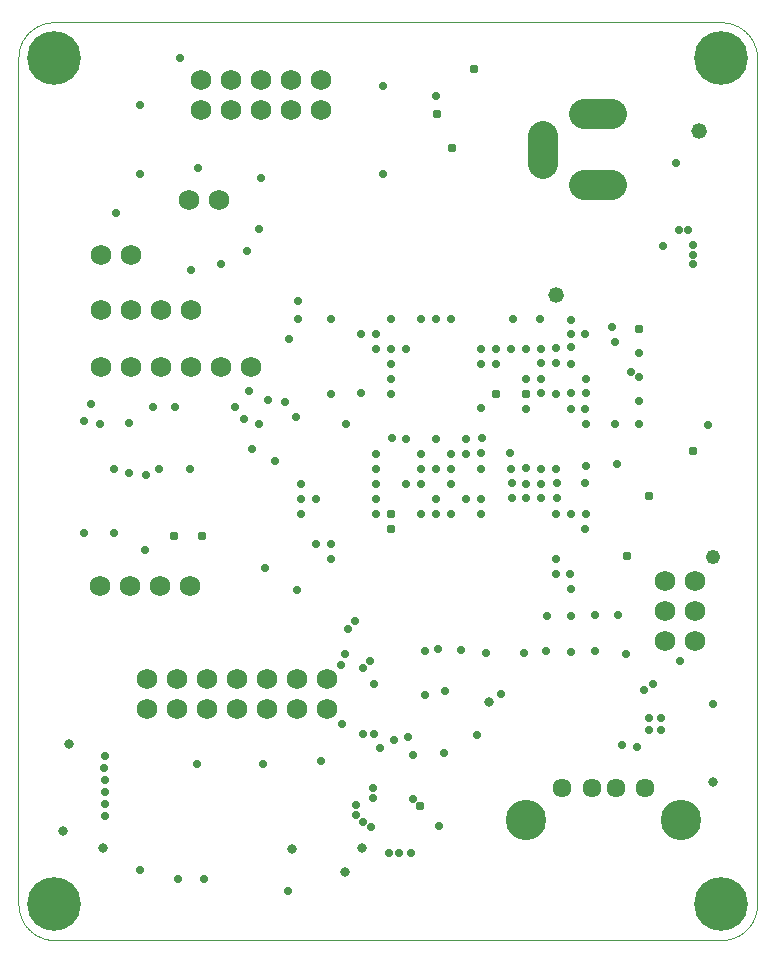
<source format=gbs>
G75*
%MOIN*%
%OFA0B0*%
%FSLAX25Y25*%
%IPPOS*%
%LPD*%
%AMOC8*
5,1,8,0,0,1.08239X$1,22.5*
%
%ADD10C,0.00000*%
%ADD11C,0.06800*%
%ADD12C,0.09849*%
%ADD13C,0.03400*%
%ADD14C,0.17900*%
%ADD15C,0.06337*%
%ADD16C,0.13455*%
%ADD17C,0.02800*%
%ADD18C,0.03100*%
%ADD19C,0.03200*%
%ADD20C,0.05200*%
%ADD21C,0.04900*%
D10*
X0082495Y0063233D02*
X0082495Y0345433D01*
X0082498Y0345716D01*
X0082509Y0345998D01*
X0082526Y0346280D01*
X0082550Y0346562D01*
X0082580Y0346843D01*
X0082618Y0347124D01*
X0082662Y0347403D01*
X0082713Y0347681D01*
X0082771Y0347958D01*
X0082835Y0348233D01*
X0082906Y0348507D01*
X0082984Y0348779D01*
X0083068Y0349048D01*
X0083158Y0349316D01*
X0083255Y0349582D01*
X0083359Y0349845D01*
X0083469Y0350106D01*
X0083585Y0350363D01*
X0083707Y0350618D01*
X0083835Y0350870D01*
X0083970Y0351119D01*
X0084110Y0351364D01*
X0084256Y0351606D01*
X0084408Y0351845D01*
X0084566Y0352079D01*
X0084730Y0352310D01*
X0084898Y0352537D01*
X0085073Y0352759D01*
X0085253Y0352978D01*
X0085437Y0353192D01*
X0085627Y0353401D01*
X0085822Y0353606D01*
X0086022Y0353806D01*
X0086227Y0354001D01*
X0086436Y0354191D01*
X0086650Y0354375D01*
X0086869Y0354555D01*
X0087091Y0354730D01*
X0087318Y0354898D01*
X0087549Y0355062D01*
X0087783Y0355220D01*
X0088022Y0355372D01*
X0088264Y0355518D01*
X0088509Y0355658D01*
X0088758Y0355793D01*
X0089010Y0355921D01*
X0089265Y0356043D01*
X0089522Y0356159D01*
X0089783Y0356269D01*
X0090046Y0356373D01*
X0090312Y0356470D01*
X0090580Y0356560D01*
X0090849Y0356644D01*
X0091121Y0356722D01*
X0091395Y0356793D01*
X0091670Y0356857D01*
X0091947Y0356915D01*
X0092225Y0356966D01*
X0092504Y0357010D01*
X0092785Y0357048D01*
X0093066Y0357078D01*
X0093348Y0357102D01*
X0093630Y0357119D01*
X0093912Y0357130D01*
X0094195Y0357133D01*
X0316695Y0357133D01*
X0316985Y0357129D01*
X0317275Y0357119D01*
X0317564Y0357101D01*
X0317853Y0357077D01*
X0318141Y0357046D01*
X0318429Y0357007D01*
X0318715Y0356962D01*
X0319001Y0356909D01*
X0319284Y0356850D01*
X0319567Y0356784D01*
X0319847Y0356712D01*
X0320126Y0356632D01*
X0320403Y0356546D01*
X0320678Y0356453D01*
X0320950Y0356353D01*
X0321220Y0356247D01*
X0321487Y0356135D01*
X0321752Y0356015D01*
X0322013Y0355890D01*
X0322272Y0355758D01*
X0322527Y0355621D01*
X0322779Y0355477D01*
X0323027Y0355327D01*
X0323271Y0355171D01*
X0323512Y0355009D01*
X0323748Y0354841D01*
X0323981Y0354668D01*
X0324209Y0354489D01*
X0324433Y0354305D01*
X0324652Y0354115D01*
X0324867Y0353920D01*
X0325077Y0353720D01*
X0325282Y0353515D01*
X0325482Y0353305D01*
X0325677Y0353090D01*
X0325867Y0352871D01*
X0326051Y0352647D01*
X0326230Y0352419D01*
X0326403Y0352186D01*
X0326571Y0351950D01*
X0326733Y0351709D01*
X0326889Y0351465D01*
X0327039Y0351217D01*
X0327183Y0350965D01*
X0327320Y0350710D01*
X0327452Y0350451D01*
X0327577Y0350190D01*
X0327697Y0349925D01*
X0327809Y0349658D01*
X0327915Y0349388D01*
X0328015Y0349116D01*
X0328108Y0348841D01*
X0328194Y0348564D01*
X0328274Y0348285D01*
X0328346Y0348005D01*
X0328412Y0347722D01*
X0328471Y0347439D01*
X0328524Y0347153D01*
X0328569Y0346867D01*
X0328608Y0346579D01*
X0328639Y0346291D01*
X0328663Y0346002D01*
X0328681Y0345713D01*
X0328691Y0345423D01*
X0328695Y0345133D01*
X0328695Y0063233D01*
X0328691Y0062943D01*
X0328681Y0062653D01*
X0328663Y0062364D01*
X0328639Y0062075D01*
X0328608Y0061787D01*
X0328569Y0061499D01*
X0328524Y0061213D01*
X0328471Y0060927D01*
X0328412Y0060644D01*
X0328346Y0060361D01*
X0328274Y0060081D01*
X0328194Y0059802D01*
X0328108Y0059525D01*
X0328015Y0059250D01*
X0327915Y0058978D01*
X0327809Y0058708D01*
X0327697Y0058441D01*
X0327577Y0058176D01*
X0327452Y0057915D01*
X0327320Y0057656D01*
X0327183Y0057401D01*
X0327039Y0057149D01*
X0326889Y0056901D01*
X0326733Y0056657D01*
X0326571Y0056416D01*
X0326403Y0056180D01*
X0326230Y0055947D01*
X0326051Y0055719D01*
X0325867Y0055495D01*
X0325677Y0055276D01*
X0325482Y0055061D01*
X0325282Y0054851D01*
X0325077Y0054646D01*
X0324867Y0054446D01*
X0324652Y0054251D01*
X0324433Y0054061D01*
X0324209Y0053877D01*
X0323981Y0053698D01*
X0323748Y0053525D01*
X0323512Y0053357D01*
X0323271Y0053195D01*
X0323027Y0053039D01*
X0322779Y0052889D01*
X0322527Y0052745D01*
X0322272Y0052608D01*
X0322013Y0052476D01*
X0321752Y0052351D01*
X0321487Y0052231D01*
X0321220Y0052119D01*
X0320950Y0052013D01*
X0320678Y0051913D01*
X0320403Y0051820D01*
X0320126Y0051734D01*
X0319847Y0051654D01*
X0319567Y0051582D01*
X0319284Y0051516D01*
X0319001Y0051457D01*
X0318715Y0051404D01*
X0318429Y0051359D01*
X0318141Y0051320D01*
X0317853Y0051289D01*
X0317564Y0051265D01*
X0317275Y0051247D01*
X0316985Y0051237D01*
X0316695Y0051233D01*
X0094495Y0051233D01*
X0094205Y0051237D01*
X0093915Y0051247D01*
X0093626Y0051265D01*
X0093337Y0051289D01*
X0093049Y0051320D01*
X0092761Y0051359D01*
X0092475Y0051404D01*
X0092189Y0051457D01*
X0091906Y0051516D01*
X0091623Y0051582D01*
X0091343Y0051654D01*
X0091064Y0051734D01*
X0090787Y0051820D01*
X0090512Y0051913D01*
X0090240Y0052013D01*
X0089970Y0052119D01*
X0089703Y0052231D01*
X0089438Y0052351D01*
X0089177Y0052476D01*
X0088918Y0052608D01*
X0088663Y0052745D01*
X0088411Y0052889D01*
X0088163Y0053039D01*
X0087919Y0053195D01*
X0087678Y0053357D01*
X0087442Y0053525D01*
X0087209Y0053698D01*
X0086981Y0053877D01*
X0086757Y0054061D01*
X0086538Y0054251D01*
X0086323Y0054446D01*
X0086113Y0054646D01*
X0085908Y0054851D01*
X0085708Y0055061D01*
X0085513Y0055276D01*
X0085323Y0055495D01*
X0085139Y0055719D01*
X0084960Y0055947D01*
X0084787Y0056180D01*
X0084619Y0056416D01*
X0084457Y0056657D01*
X0084301Y0056901D01*
X0084151Y0057149D01*
X0084007Y0057401D01*
X0083870Y0057656D01*
X0083738Y0057915D01*
X0083613Y0058176D01*
X0083493Y0058441D01*
X0083381Y0058708D01*
X0083275Y0058978D01*
X0083175Y0059250D01*
X0083082Y0059525D01*
X0082996Y0059802D01*
X0082916Y0060081D01*
X0082844Y0060361D01*
X0082778Y0060644D01*
X0082719Y0060927D01*
X0082666Y0061213D01*
X0082621Y0061499D01*
X0082582Y0061787D01*
X0082551Y0062075D01*
X0082527Y0062364D01*
X0082509Y0062653D01*
X0082499Y0062943D01*
X0082495Y0063233D01*
X0270395Y0302833D02*
X0270397Y0302910D01*
X0270403Y0302987D01*
X0270413Y0303064D01*
X0270427Y0303140D01*
X0270444Y0303215D01*
X0270466Y0303289D01*
X0270491Y0303362D01*
X0270521Y0303434D01*
X0270553Y0303504D01*
X0270590Y0303572D01*
X0270629Y0303638D01*
X0270672Y0303702D01*
X0270719Y0303764D01*
X0270768Y0303823D01*
X0270821Y0303880D01*
X0270876Y0303934D01*
X0270934Y0303985D01*
X0270995Y0304033D01*
X0271058Y0304078D01*
X0271123Y0304119D01*
X0271190Y0304157D01*
X0271259Y0304192D01*
X0271330Y0304222D01*
X0271402Y0304250D01*
X0271476Y0304273D01*
X0271550Y0304293D01*
X0271626Y0304309D01*
X0271702Y0304321D01*
X0271779Y0304329D01*
X0271856Y0304333D01*
X0271934Y0304333D01*
X0272011Y0304329D01*
X0272088Y0304321D01*
X0272164Y0304309D01*
X0272240Y0304293D01*
X0272314Y0304273D01*
X0272388Y0304250D01*
X0272460Y0304222D01*
X0272531Y0304192D01*
X0272600Y0304157D01*
X0272667Y0304119D01*
X0272732Y0304078D01*
X0272795Y0304033D01*
X0272856Y0303985D01*
X0272914Y0303934D01*
X0272969Y0303880D01*
X0273022Y0303823D01*
X0273071Y0303764D01*
X0273118Y0303702D01*
X0273161Y0303638D01*
X0273200Y0303572D01*
X0273237Y0303504D01*
X0273269Y0303434D01*
X0273299Y0303362D01*
X0273324Y0303289D01*
X0273346Y0303215D01*
X0273363Y0303140D01*
X0273377Y0303064D01*
X0273387Y0302987D01*
X0273393Y0302910D01*
X0273395Y0302833D01*
X0273393Y0302756D01*
X0273387Y0302679D01*
X0273377Y0302602D01*
X0273363Y0302526D01*
X0273346Y0302451D01*
X0273324Y0302377D01*
X0273299Y0302304D01*
X0273269Y0302232D01*
X0273237Y0302162D01*
X0273200Y0302094D01*
X0273161Y0302028D01*
X0273118Y0301964D01*
X0273071Y0301902D01*
X0273022Y0301843D01*
X0272969Y0301786D01*
X0272914Y0301732D01*
X0272856Y0301681D01*
X0272795Y0301633D01*
X0272732Y0301588D01*
X0272667Y0301547D01*
X0272600Y0301509D01*
X0272531Y0301474D01*
X0272460Y0301444D01*
X0272388Y0301416D01*
X0272314Y0301393D01*
X0272240Y0301373D01*
X0272164Y0301357D01*
X0272088Y0301345D01*
X0272011Y0301337D01*
X0271934Y0301333D01*
X0271856Y0301333D01*
X0271779Y0301337D01*
X0271702Y0301345D01*
X0271626Y0301357D01*
X0271550Y0301373D01*
X0271476Y0301393D01*
X0271402Y0301416D01*
X0271330Y0301444D01*
X0271259Y0301474D01*
X0271190Y0301509D01*
X0271123Y0301547D01*
X0271058Y0301588D01*
X0270995Y0301633D01*
X0270934Y0301681D01*
X0270876Y0301732D01*
X0270821Y0301786D01*
X0270768Y0301843D01*
X0270719Y0301902D01*
X0270672Y0301964D01*
X0270629Y0302028D01*
X0270590Y0302094D01*
X0270553Y0302162D01*
X0270521Y0302232D01*
X0270491Y0302304D01*
X0270466Y0302377D01*
X0270444Y0302451D01*
X0270427Y0302526D01*
X0270413Y0302602D01*
X0270403Y0302679D01*
X0270397Y0302756D01*
X0270395Y0302833D01*
X0278395Y0302933D02*
X0278397Y0303010D01*
X0278403Y0303087D01*
X0278413Y0303164D01*
X0278427Y0303240D01*
X0278444Y0303315D01*
X0278466Y0303389D01*
X0278491Y0303462D01*
X0278521Y0303534D01*
X0278553Y0303604D01*
X0278590Y0303672D01*
X0278629Y0303738D01*
X0278672Y0303802D01*
X0278719Y0303864D01*
X0278768Y0303923D01*
X0278821Y0303980D01*
X0278876Y0304034D01*
X0278934Y0304085D01*
X0278995Y0304133D01*
X0279058Y0304178D01*
X0279123Y0304219D01*
X0279190Y0304257D01*
X0279259Y0304292D01*
X0279330Y0304322D01*
X0279402Y0304350D01*
X0279476Y0304373D01*
X0279550Y0304393D01*
X0279626Y0304409D01*
X0279702Y0304421D01*
X0279779Y0304429D01*
X0279856Y0304433D01*
X0279934Y0304433D01*
X0280011Y0304429D01*
X0280088Y0304421D01*
X0280164Y0304409D01*
X0280240Y0304393D01*
X0280314Y0304373D01*
X0280388Y0304350D01*
X0280460Y0304322D01*
X0280531Y0304292D01*
X0280600Y0304257D01*
X0280667Y0304219D01*
X0280732Y0304178D01*
X0280795Y0304133D01*
X0280856Y0304085D01*
X0280914Y0304034D01*
X0280969Y0303980D01*
X0281022Y0303923D01*
X0281071Y0303864D01*
X0281118Y0303802D01*
X0281161Y0303738D01*
X0281200Y0303672D01*
X0281237Y0303604D01*
X0281269Y0303534D01*
X0281299Y0303462D01*
X0281324Y0303389D01*
X0281346Y0303315D01*
X0281363Y0303240D01*
X0281377Y0303164D01*
X0281387Y0303087D01*
X0281393Y0303010D01*
X0281395Y0302933D01*
X0281393Y0302856D01*
X0281387Y0302779D01*
X0281377Y0302702D01*
X0281363Y0302626D01*
X0281346Y0302551D01*
X0281324Y0302477D01*
X0281299Y0302404D01*
X0281269Y0302332D01*
X0281237Y0302262D01*
X0281200Y0302194D01*
X0281161Y0302128D01*
X0281118Y0302064D01*
X0281071Y0302002D01*
X0281022Y0301943D01*
X0280969Y0301886D01*
X0280914Y0301832D01*
X0280856Y0301781D01*
X0280795Y0301733D01*
X0280732Y0301688D01*
X0280667Y0301647D01*
X0280600Y0301609D01*
X0280531Y0301574D01*
X0280460Y0301544D01*
X0280388Y0301516D01*
X0280314Y0301493D01*
X0280240Y0301473D01*
X0280164Y0301457D01*
X0280088Y0301445D01*
X0280011Y0301437D01*
X0279934Y0301433D01*
X0279856Y0301433D01*
X0279779Y0301437D01*
X0279702Y0301445D01*
X0279626Y0301457D01*
X0279550Y0301473D01*
X0279476Y0301493D01*
X0279402Y0301516D01*
X0279330Y0301544D01*
X0279259Y0301574D01*
X0279190Y0301609D01*
X0279123Y0301647D01*
X0279058Y0301688D01*
X0278995Y0301733D01*
X0278934Y0301781D01*
X0278876Y0301832D01*
X0278821Y0301886D01*
X0278768Y0301943D01*
X0278719Y0302002D01*
X0278672Y0302064D01*
X0278629Y0302128D01*
X0278590Y0302194D01*
X0278553Y0302262D01*
X0278521Y0302332D01*
X0278491Y0302404D01*
X0278466Y0302477D01*
X0278444Y0302551D01*
X0278427Y0302626D01*
X0278413Y0302702D01*
X0278403Y0302779D01*
X0278397Y0302856D01*
X0278395Y0302933D01*
X0255795Y0310933D02*
X0255797Y0311010D01*
X0255803Y0311087D01*
X0255813Y0311164D01*
X0255827Y0311240D01*
X0255844Y0311315D01*
X0255866Y0311389D01*
X0255891Y0311462D01*
X0255921Y0311534D01*
X0255953Y0311604D01*
X0255990Y0311672D01*
X0256029Y0311738D01*
X0256072Y0311802D01*
X0256119Y0311864D01*
X0256168Y0311923D01*
X0256221Y0311980D01*
X0256276Y0312034D01*
X0256334Y0312085D01*
X0256395Y0312133D01*
X0256458Y0312178D01*
X0256523Y0312219D01*
X0256590Y0312257D01*
X0256659Y0312292D01*
X0256730Y0312322D01*
X0256802Y0312350D01*
X0256876Y0312373D01*
X0256950Y0312393D01*
X0257026Y0312409D01*
X0257102Y0312421D01*
X0257179Y0312429D01*
X0257256Y0312433D01*
X0257334Y0312433D01*
X0257411Y0312429D01*
X0257488Y0312421D01*
X0257564Y0312409D01*
X0257640Y0312393D01*
X0257714Y0312373D01*
X0257788Y0312350D01*
X0257860Y0312322D01*
X0257931Y0312292D01*
X0258000Y0312257D01*
X0258067Y0312219D01*
X0258132Y0312178D01*
X0258195Y0312133D01*
X0258256Y0312085D01*
X0258314Y0312034D01*
X0258369Y0311980D01*
X0258422Y0311923D01*
X0258471Y0311864D01*
X0258518Y0311802D01*
X0258561Y0311738D01*
X0258600Y0311672D01*
X0258637Y0311604D01*
X0258669Y0311534D01*
X0258699Y0311462D01*
X0258724Y0311389D01*
X0258746Y0311315D01*
X0258763Y0311240D01*
X0258777Y0311164D01*
X0258787Y0311087D01*
X0258793Y0311010D01*
X0258795Y0310933D01*
X0258793Y0310856D01*
X0258787Y0310779D01*
X0258777Y0310702D01*
X0258763Y0310626D01*
X0258746Y0310551D01*
X0258724Y0310477D01*
X0258699Y0310404D01*
X0258669Y0310332D01*
X0258637Y0310262D01*
X0258600Y0310194D01*
X0258561Y0310128D01*
X0258518Y0310064D01*
X0258471Y0310002D01*
X0258422Y0309943D01*
X0258369Y0309886D01*
X0258314Y0309832D01*
X0258256Y0309781D01*
X0258195Y0309733D01*
X0258132Y0309688D01*
X0258067Y0309647D01*
X0258000Y0309609D01*
X0257931Y0309574D01*
X0257860Y0309544D01*
X0257788Y0309516D01*
X0257714Y0309493D01*
X0257640Y0309473D01*
X0257564Y0309457D01*
X0257488Y0309445D01*
X0257411Y0309437D01*
X0257334Y0309433D01*
X0257256Y0309433D01*
X0257179Y0309437D01*
X0257102Y0309445D01*
X0257026Y0309457D01*
X0256950Y0309473D01*
X0256876Y0309493D01*
X0256802Y0309516D01*
X0256730Y0309544D01*
X0256659Y0309574D01*
X0256590Y0309609D01*
X0256523Y0309647D01*
X0256458Y0309688D01*
X0256395Y0309733D01*
X0256334Y0309781D01*
X0256276Y0309832D01*
X0256221Y0309886D01*
X0256168Y0309943D01*
X0256119Y0310002D01*
X0256072Y0310064D01*
X0256029Y0310128D01*
X0255990Y0310194D01*
X0255953Y0310262D01*
X0255921Y0310332D01*
X0255891Y0310404D01*
X0255866Y0310477D01*
X0255844Y0310551D01*
X0255827Y0310626D01*
X0255813Y0310702D01*
X0255803Y0310779D01*
X0255797Y0310856D01*
X0255795Y0310933D01*
X0255795Y0318833D02*
X0255797Y0318910D01*
X0255803Y0318987D01*
X0255813Y0319064D01*
X0255827Y0319140D01*
X0255844Y0319215D01*
X0255866Y0319289D01*
X0255891Y0319362D01*
X0255921Y0319434D01*
X0255953Y0319504D01*
X0255990Y0319572D01*
X0256029Y0319638D01*
X0256072Y0319702D01*
X0256119Y0319764D01*
X0256168Y0319823D01*
X0256221Y0319880D01*
X0256276Y0319934D01*
X0256334Y0319985D01*
X0256395Y0320033D01*
X0256458Y0320078D01*
X0256523Y0320119D01*
X0256590Y0320157D01*
X0256659Y0320192D01*
X0256730Y0320222D01*
X0256802Y0320250D01*
X0256876Y0320273D01*
X0256950Y0320293D01*
X0257026Y0320309D01*
X0257102Y0320321D01*
X0257179Y0320329D01*
X0257256Y0320333D01*
X0257334Y0320333D01*
X0257411Y0320329D01*
X0257488Y0320321D01*
X0257564Y0320309D01*
X0257640Y0320293D01*
X0257714Y0320273D01*
X0257788Y0320250D01*
X0257860Y0320222D01*
X0257931Y0320192D01*
X0258000Y0320157D01*
X0258067Y0320119D01*
X0258132Y0320078D01*
X0258195Y0320033D01*
X0258256Y0319985D01*
X0258314Y0319934D01*
X0258369Y0319880D01*
X0258422Y0319823D01*
X0258471Y0319764D01*
X0258518Y0319702D01*
X0258561Y0319638D01*
X0258600Y0319572D01*
X0258637Y0319504D01*
X0258669Y0319434D01*
X0258699Y0319362D01*
X0258724Y0319289D01*
X0258746Y0319215D01*
X0258763Y0319140D01*
X0258777Y0319064D01*
X0258787Y0318987D01*
X0258793Y0318910D01*
X0258795Y0318833D01*
X0258793Y0318756D01*
X0258787Y0318679D01*
X0258777Y0318602D01*
X0258763Y0318526D01*
X0258746Y0318451D01*
X0258724Y0318377D01*
X0258699Y0318304D01*
X0258669Y0318232D01*
X0258637Y0318162D01*
X0258600Y0318094D01*
X0258561Y0318028D01*
X0258518Y0317964D01*
X0258471Y0317902D01*
X0258422Y0317843D01*
X0258369Y0317786D01*
X0258314Y0317732D01*
X0258256Y0317681D01*
X0258195Y0317633D01*
X0258132Y0317588D01*
X0258067Y0317547D01*
X0258000Y0317509D01*
X0257931Y0317474D01*
X0257860Y0317444D01*
X0257788Y0317416D01*
X0257714Y0317393D01*
X0257640Y0317373D01*
X0257564Y0317357D01*
X0257488Y0317345D01*
X0257411Y0317337D01*
X0257334Y0317333D01*
X0257256Y0317333D01*
X0257179Y0317337D01*
X0257102Y0317345D01*
X0257026Y0317357D01*
X0256950Y0317373D01*
X0256876Y0317393D01*
X0256802Y0317416D01*
X0256730Y0317444D01*
X0256659Y0317474D01*
X0256590Y0317509D01*
X0256523Y0317547D01*
X0256458Y0317588D01*
X0256395Y0317633D01*
X0256334Y0317681D01*
X0256276Y0317732D01*
X0256221Y0317786D01*
X0256168Y0317843D01*
X0256119Y0317902D01*
X0256072Y0317964D01*
X0256029Y0318028D01*
X0255990Y0318094D01*
X0255953Y0318162D01*
X0255921Y0318232D01*
X0255891Y0318304D01*
X0255866Y0318377D01*
X0255844Y0318451D01*
X0255827Y0318526D01*
X0255813Y0318602D01*
X0255803Y0318679D01*
X0255797Y0318756D01*
X0255795Y0318833D01*
X0270395Y0326533D02*
X0270397Y0326610D01*
X0270403Y0326687D01*
X0270413Y0326764D01*
X0270427Y0326840D01*
X0270444Y0326915D01*
X0270466Y0326989D01*
X0270491Y0327062D01*
X0270521Y0327134D01*
X0270553Y0327204D01*
X0270590Y0327272D01*
X0270629Y0327338D01*
X0270672Y0327402D01*
X0270719Y0327464D01*
X0270768Y0327523D01*
X0270821Y0327580D01*
X0270876Y0327634D01*
X0270934Y0327685D01*
X0270995Y0327733D01*
X0271058Y0327778D01*
X0271123Y0327819D01*
X0271190Y0327857D01*
X0271259Y0327892D01*
X0271330Y0327922D01*
X0271402Y0327950D01*
X0271476Y0327973D01*
X0271550Y0327993D01*
X0271626Y0328009D01*
X0271702Y0328021D01*
X0271779Y0328029D01*
X0271856Y0328033D01*
X0271934Y0328033D01*
X0272011Y0328029D01*
X0272088Y0328021D01*
X0272164Y0328009D01*
X0272240Y0327993D01*
X0272314Y0327973D01*
X0272388Y0327950D01*
X0272460Y0327922D01*
X0272531Y0327892D01*
X0272600Y0327857D01*
X0272667Y0327819D01*
X0272732Y0327778D01*
X0272795Y0327733D01*
X0272856Y0327685D01*
X0272914Y0327634D01*
X0272969Y0327580D01*
X0273022Y0327523D01*
X0273071Y0327464D01*
X0273118Y0327402D01*
X0273161Y0327338D01*
X0273200Y0327272D01*
X0273237Y0327204D01*
X0273269Y0327134D01*
X0273299Y0327062D01*
X0273324Y0326989D01*
X0273346Y0326915D01*
X0273363Y0326840D01*
X0273377Y0326764D01*
X0273387Y0326687D01*
X0273393Y0326610D01*
X0273395Y0326533D01*
X0273393Y0326456D01*
X0273387Y0326379D01*
X0273377Y0326302D01*
X0273363Y0326226D01*
X0273346Y0326151D01*
X0273324Y0326077D01*
X0273299Y0326004D01*
X0273269Y0325932D01*
X0273237Y0325862D01*
X0273200Y0325794D01*
X0273161Y0325728D01*
X0273118Y0325664D01*
X0273071Y0325602D01*
X0273022Y0325543D01*
X0272969Y0325486D01*
X0272914Y0325432D01*
X0272856Y0325381D01*
X0272795Y0325333D01*
X0272732Y0325288D01*
X0272667Y0325247D01*
X0272600Y0325209D01*
X0272531Y0325174D01*
X0272460Y0325144D01*
X0272388Y0325116D01*
X0272314Y0325093D01*
X0272240Y0325073D01*
X0272164Y0325057D01*
X0272088Y0325045D01*
X0272011Y0325037D01*
X0271934Y0325033D01*
X0271856Y0325033D01*
X0271779Y0325037D01*
X0271702Y0325045D01*
X0271626Y0325057D01*
X0271550Y0325073D01*
X0271476Y0325093D01*
X0271402Y0325116D01*
X0271330Y0325144D01*
X0271259Y0325174D01*
X0271190Y0325209D01*
X0271123Y0325247D01*
X0271058Y0325288D01*
X0270995Y0325333D01*
X0270934Y0325381D01*
X0270876Y0325432D01*
X0270821Y0325486D01*
X0270768Y0325543D01*
X0270719Y0325602D01*
X0270672Y0325664D01*
X0270629Y0325728D01*
X0270590Y0325794D01*
X0270553Y0325862D01*
X0270521Y0325932D01*
X0270491Y0326004D01*
X0270466Y0326077D01*
X0270444Y0326151D01*
X0270427Y0326226D01*
X0270413Y0326302D01*
X0270403Y0326379D01*
X0270397Y0326456D01*
X0270395Y0326533D01*
X0278295Y0326433D02*
X0278297Y0326510D01*
X0278303Y0326587D01*
X0278313Y0326664D01*
X0278327Y0326740D01*
X0278344Y0326815D01*
X0278366Y0326889D01*
X0278391Y0326962D01*
X0278421Y0327034D01*
X0278453Y0327104D01*
X0278490Y0327172D01*
X0278529Y0327238D01*
X0278572Y0327302D01*
X0278619Y0327364D01*
X0278668Y0327423D01*
X0278721Y0327480D01*
X0278776Y0327534D01*
X0278834Y0327585D01*
X0278895Y0327633D01*
X0278958Y0327678D01*
X0279023Y0327719D01*
X0279090Y0327757D01*
X0279159Y0327792D01*
X0279230Y0327822D01*
X0279302Y0327850D01*
X0279376Y0327873D01*
X0279450Y0327893D01*
X0279526Y0327909D01*
X0279602Y0327921D01*
X0279679Y0327929D01*
X0279756Y0327933D01*
X0279834Y0327933D01*
X0279911Y0327929D01*
X0279988Y0327921D01*
X0280064Y0327909D01*
X0280140Y0327893D01*
X0280214Y0327873D01*
X0280288Y0327850D01*
X0280360Y0327822D01*
X0280431Y0327792D01*
X0280500Y0327757D01*
X0280567Y0327719D01*
X0280632Y0327678D01*
X0280695Y0327633D01*
X0280756Y0327585D01*
X0280814Y0327534D01*
X0280869Y0327480D01*
X0280922Y0327423D01*
X0280971Y0327364D01*
X0281018Y0327302D01*
X0281061Y0327238D01*
X0281100Y0327172D01*
X0281137Y0327104D01*
X0281169Y0327034D01*
X0281199Y0326962D01*
X0281224Y0326889D01*
X0281246Y0326815D01*
X0281263Y0326740D01*
X0281277Y0326664D01*
X0281287Y0326587D01*
X0281293Y0326510D01*
X0281295Y0326433D01*
X0281293Y0326356D01*
X0281287Y0326279D01*
X0281277Y0326202D01*
X0281263Y0326126D01*
X0281246Y0326051D01*
X0281224Y0325977D01*
X0281199Y0325904D01*
X0281169Y0325832D01*
X0281137Y0325762D01*
X0281100Y0325694D01*
X0281061Y0325628D01*
X0281018Y0325564D01*
X0280971Y0325502D01*
X0280922Y0325443D01*
X0280869Y0325386D01*
X0280814Y0325332D01*
X0280756Y0325281D01*
X0280695Y0325233D01*
X0280632Y0325188D01*
X0280567Y0325147D01*
X0280500Y0325109D01*
X0280431Y0325074D01*
X0280360Y0325044D01*
X0280288Y0325016D01*
X0280214Y0324993D01*
X0280140Y0324973D01*
X0280064Y0324957D01*
X0279988Y0324945D01*
X0279911Y0324937D01*
X0279834Y0324933D01*
X0279756Y0324933D01*
X0279679Y0324937D01*
X0279602Y0324945D01*
X0279526Y0324957D01*
X0279450Y0324973D01*
X0279376Y0324993D01*
X0279302Y0325016D01*
X0279230Y0325044D01*
X0279159Y0325074D01*
X0279090Y0325109D01*
X0279023Y0325147D01*
X0278958Y0325188D01*
X0278895Y0325233D01*
X0278834Y0325281D01*
X0278776Y0325332D01*
X0278721Y0325386D01*
X0278668Y0325443D01*
X0278619Y0325502D01*
X0278572Y0325564D01*
X0278529Y0325628D01*
X0278490Y0325694D01*
X0278453Y0325762D01*
X0278421Y0325832D01*
X0278391Y0325904D01*
X0278366Y0325977D01*
X0278344Y0326051D01*
X0278327Y0326126D01*
X0278313Y0326202D01*
X0278303Y0326279D01*
X0278297Y0326356D01*
X0278295Y0326433D01*
D11*
X0183295Y0327933D03*
X0183395Y0337833D03*
X0173295Y0337933D03*
X0163295Y0337933D03*
X0153295Y0337933D03*
X0143295Y0337933D03*
X0143295Y0327933D03*
X0153295Y0327933D03*
X0163295Y0327933D03*
X0173295Y0327933D03*
X0149495Y0297933D03*
X0139495Y0297933D03*
X0119995Y0279733D03*
X0109995Y0279733D03*
X0109995Y0261233D03*
X0119995Y0261233D03*
X0129995Y0261233D03*
X0139995Y0261233D03*
X0139995Y0242233D03*
X0129995Y0242233D03*
X0119995Y0242233D03*
X0109995Y0242233D03*
X0149995Y0242233D03*
X0159995Y0242233D03*
X0139695Y0169333D03*
X0129695Y0169333D03*
X0119695Y0169333D03*
X0109695Y0169333D03*
X0125495Y0138333D03*
X0125495Y0128333D03*
X0135495Y0128333D03*
X0135495Y0138333D03*
X0145495Y0138333D03*
X0145495Y0128333D03*
X0155495Y0128333D03*
X0155495Y0138333D03*
X0165495Y0138333D03*
X0165495Y0128333D03*
X0175495Y0128333D03*
X0175495Y0138333D03*
X0185495Y0138233D03*
X0185495Y0128333D03*
X0297895Y0150833D03*
X0297895Y0160833D03*
X0307895Y0160833D03*
X0307895Y0150833D03*
X0307895Y0170833D03*
X0297895Y0170833D03*
D12*
X0280420Y0302811D02*
X0270971Y0302811D01*
X0257191Y0309898D02*
X0257191Y0319346D01*
X0270971Y0326433D02*
X0280420Y0326433D01*
D13*
X0279795Y0326433D03*
X0271895Y0326533D03*
X0257295Y0318833D03*
X0257295Y0310933D03*
X0271895Y0302833D03*
X0279895Y0302933D03*
D14*
X0316695Y0345133D03*
X0094495Y0345133D03*
X0094495Y0063233D03*
X0316695Y0063233D03*
D15*
X0291375Y0102075D03*
X0281532Y0102075D03*
X0273658Y0102075D03*
X0263816Y0102075D03*
D16*
X0251729Y0091405D03*
X0303461Y0091405D03*
D17*
X0288795Y0115433D03*
X0283795Y0116233D03*
X0292695Y0121333D03*
X0292695Y0125333D03*
X0296695Y0125333D03*
X0296695Y0121333D03*
X0291095Y0134633D03*
X0293895Y0136433D03*
X0284995Y0146633D03*
X0274795Y0147633D03*
X0266595Y0147233D03*
X0258395Y0147533D03*
X0250995Y0147033D03*
X0238395Y0147033D03*
X0229995Y0148033D03*
X0222395Y0148133D03*
X0217995Y0147533D03*
X0217995Y0133033D03*
X0224695Y0134133D03*
X0235495Y0119533D03*
X0224295Y0113733D03*
X0213895Y0112933D03*
X0212195Y0118833D03*
X0207795Y0117833D03*
X0202995Y0115133D03*
X0200995Y0119933D03*
X0197295Y0119933D03*
X0190295Y0123333D03*
X0183195Y0110933D03*
X0195095Y0096233D03*
X0194995Y0092833D03*
X0197295Y0090633D03*
X0199995Y0088833D03*
X0205895Y0080233D03*
X0209395Y0080233D03*
X0213295Y0080233D03*
X0222795Y0089233D03*
X0213895Y0098233D03*
X0200695Y0098733D03*
X0200695Y0102033D03*
X0200995Y0136533D03*
X0197195Y0141933D03*
X0199795Y0144233D03*
X0191395Y0146633D03*
X0189995Y0143033D03*
X0192245Y0154983D03*
X0194595Y0157733D03*
X0175195Y0167833D03*
X0164695Y0175333D03*
X0181695Y0183333D03*
X0186695Y0183333D03*
X0186695Y0178333D03*
X0176695Y0193333D03*
X0176695Y0198333D03*
X0176695Y0203333D03*
X0181695Y0198333D03*
X0168095Y0210933D03*
X0160195Y0214833D03*
X0162695Y0223233D03*
X0157695Y0224833D03*
X0154795Y0228933D03*
X0159495Y0234133D03*
X0165695Y0231333D03*
X0171295Y0230533D03*
X0175095Y0225533D03*
X0186695Y0233333D03*
X0191795Y0223133D03*
X0196695Y0233433D03*
X0206695Y0233333D03*
X0206695Y0238333D03*
X0206695Y0243333D03*
X0206695Y0248333D03*
X0211695Y0248333D03*
X0201695Y0248333D03*
X0201695Y0253333D03*
X0196695Y0253333D03*
X0186695Y0258333D03*
X0175695Y0258333D03*
X0175695Y0264333D03*
X0172695Y0251733D03*
X0150095Y0276533D03*
X0158595Y0280833D03*
X0162695Y0288333D03*
X0163495Y0305333D03*
X0142495Y0308533D03*
X0122895Y0306433D03*
X0115095Y0293733D03*
X0140095Y0274433D03*
X0134695Y0228833D03*
X0127195Y0228833D03*
X0119495Y0223433D03*
X0109695Y0223333D03*
X0106695Y0229833D03*
X0104495Y0224133D03*
X0104495Y0224133D03*
X0114495Y0208333D03*
X0119495Y0206933D03*
X0124995Y0206133D03*
X0129195Y0208333D03*
X0139695Y0208333D03*
X0124795Y0181333D03*
X0114495Y0186933D03*
X0104495Y0187033D03*
X0111195Y0112733D03*
X0111095Y0108733D03*
X0111195Y0104733D03*
X0111395Y0100733D03*
X0111295Y0096733D03*
X0111295Y0092733D03*
X0122995Y0074533D03*
X0135695Y0071433D03*
X0144395Y0071633D03*
X0172495Y0067733D03*
X0163895Y0109933D03*
X0141995Y0110033D03*
X0201695Y0193333D03*
X0201695Y0198333D03*
X0201695Y0203333D03*
X0201695Y0208333D03*
X0201695Y0213333D03*
X0206895Y0218533D03*
X0211695Y0218333D03*
X0216695Y0213333D03*
X0216695Y0208333D03*
X0216695Y0203333D03*
X0211695Y0203333D03*
X0216695Y0193333D03*
X0221695Y0193333D03*
X0221695Y0198333D03*
X0226695Y0193333D03*
X0231695Y0198333D03*
X0236695Y0198333D03*
X0236695Y0193333D03*
X0246895Y0198433D03*
X0251695Y0198533D03*
X0251695Y0203333D03*
X0247095Y0203633D03*
X0246695Y0208333D03*
X0251795Y0208433D03*
X0246195Y0213533D03*
X0236595Y0213433D03*
X0231695Y0213333D03*
X0231695Y0218333D03*
X0236895Y0218433D03*
X0236695Y0208333D03*
X0226695Y0208333D03*
X0221695Y0208333D03*
X0226695Y0213333D03*
X0221695Y0218333D03*
X0226695Y0203333D03*
X0236695Y0228733D03*
X0236695Y0243333D03*
X0236695Y0248333D03*
X0241695Y0248333D03*
X0241695Y0243333D03*
X0246695Y0248333D03*
X0251695Y0248333D03*
X0256695Y0248333D03*
X0256695Y0243433D03*
X0256695Y0238333D03*
X0261795Y0243433D03*
X0261595Y0248433D03*
X0266695Y0248833D03*
X0266695Y0243333D03*
X0271695Y0238333D03*
X0271695Y0233633D03*
X0266595Y0233533D03*
X0266695Y0228233D03*
X0271395Y0228233D03*
X0271595Y0223133D03*
X0281195Y0223333D03*
X0289295Y0223233D03*
X0289295Y0230933D03*
X0289295Y0238933D03*
X0286595Y0240733D03*
X0289295Y0246933D03*
X0281395Y0250733D03*
X0280395Y0255433D03*
X0271495Y0253333D03*
X0266695Y0253333D03*
X0266695Y0257833D03*
X0256195Y0258333D03*
X0247195Y0258333D03*
X0251695Y0238333D03*
X0256795Y0233633D03*
X0261695Y0233333D03*
X0251695Y0228333D03*
X0256695Y0208233D03*
X0261695Y0208333D03*
X0262095Y0203633D03*
X0256695Y0203333D03*
X0256595Y0198533D03*
X0262095Y0198633D03*
X0261695Y0193333D03*
X0266695Y0193333D03*
X0271695Y0193333D03*
X0271195Y0188333D03*
X0261695Y0178333D03*
X0261695Y0173233D03*
X0266395Y0173233D03*
X0266695Y0168333D03*
X0266695Y0159333D03*
X0274695Y0159433D03*
X0282395Y0159433D03*
X0302995Y0144233D03*
X0313995Y0129833D03*
X0258695Y0159233D03*
X0243295Y0133133D03*
X0271195Y0203433D03*
X0271695Y0209233D03*
X0281995Y0209933D03*
X0312195Y0222933D03*
X0307395Y0276733D03*
X0307395Y0279733D03*
X0307395Y0282833D03*
X0305695Y0287933D03*
X0302595Y0287933D03*
X0297295Y0282733D03*
X0301595Y0310233D03*
X0226695Y0258333D03*
X0221695Y0258333D03*
X0216695Y0258333D03*
X0206695Y0258333D03*
X0203995Y0306533D03*
X0221695Y0332633D03*
X0203995Y0335933D03*
X0136495Y0345233D03*
X0122895Y0329733D03*
D18*
X0222095Y0326533D03*
X0227095Y0315333D03*
X0234195Y0341633D03*
X0289195Y0255033D03*
X0251695Y0233333D03*
X0241695Y0233333D03*
X0206695Y0193333D03*
X0206695Y0188333D03*
X0143695Y0185833D03*
X0134195Y0185833D03*
X0216295Y0095833D03*
X0285195Y0179333D03*
X0292795Y0199333D03*
X0307295Y0214333D03*
D19*
X0239195Y0130533D03*
X0196995Y0081833D03*
X0191295Y0073933D03*
X0173595Y0081433D03*
X0110795Y0081933D03*
X0097495Y0087533D03*
X0099295Y0116733D03*
X0313995Y0103933D03*
D20*
X0261695Y0266333D03*
X0309495Y0321033D03*
D21*
X0314095Y0178833D03*
M02*

</source>
